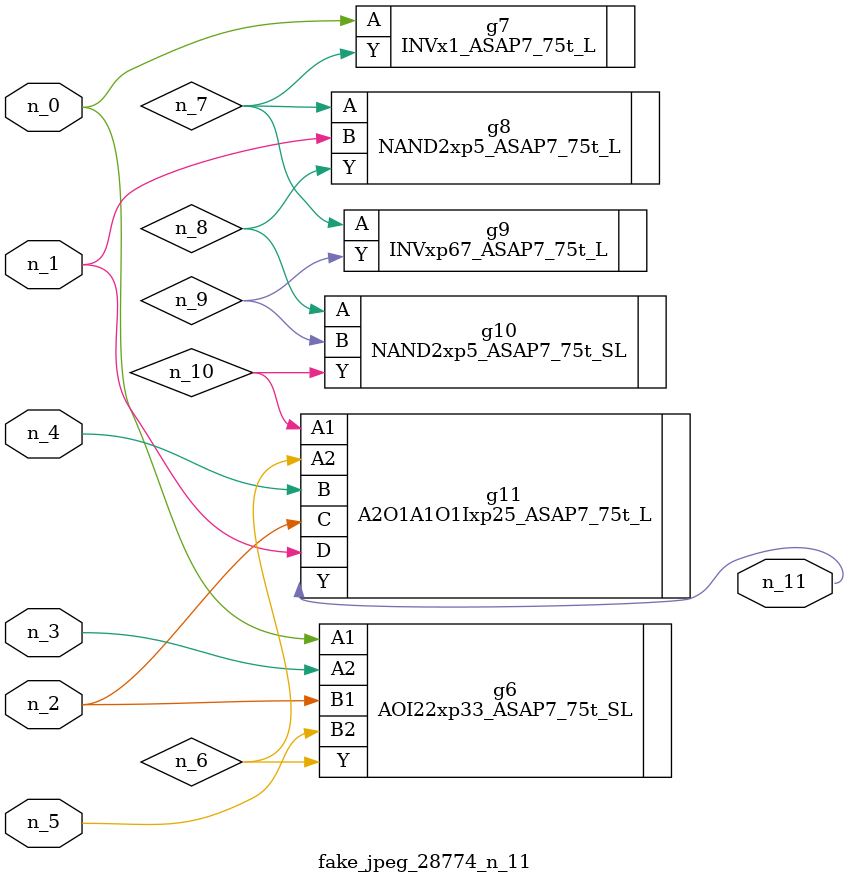
<source format=v>
module fake_jpeg_28774_n_11 (n_3, n_2, n_1, n_0, n_4, n_5, n_11);

input n_3;
input n_2;
input n_1;
input n_0;
input n_4;
input n_5;

output n_11;

wire n_10;
wire n_8;
wire n_9;
wire n_6;
wire n_7;

AOI22xp33_ASAP7_75t_SL g6 ( 
.A1(n_0),
.A2(n_3),
.B1(n_2),
.B2(n_5),
.Y(n_6)
);

INVx1_ASAP7_75t_L g7 ( 
.A(n_0),
.Y(n_7)
);

NAND2xp5_ASAP7_75t_L g8 ( 
.A(n_7),
.B(n_1),
.Y(n_8)
);

NAND2xp5_ASAP7_75t_SL g10 ( 
.A(n_8),
.B(n_9),
.Y(n_10)
);

INVxp67_ASAP7_75t_L g9 ( 
.A(n_7),
.Y(n_9)
);

A2O1A1O1Ixp25_ASAP7_75t_L g11 ( 
.A1(n_10),
.A2(n_6),
.B(n_4),
.C(n_2),
.D(n_1),
.Y(n_11)
);


endmodule
</source>
